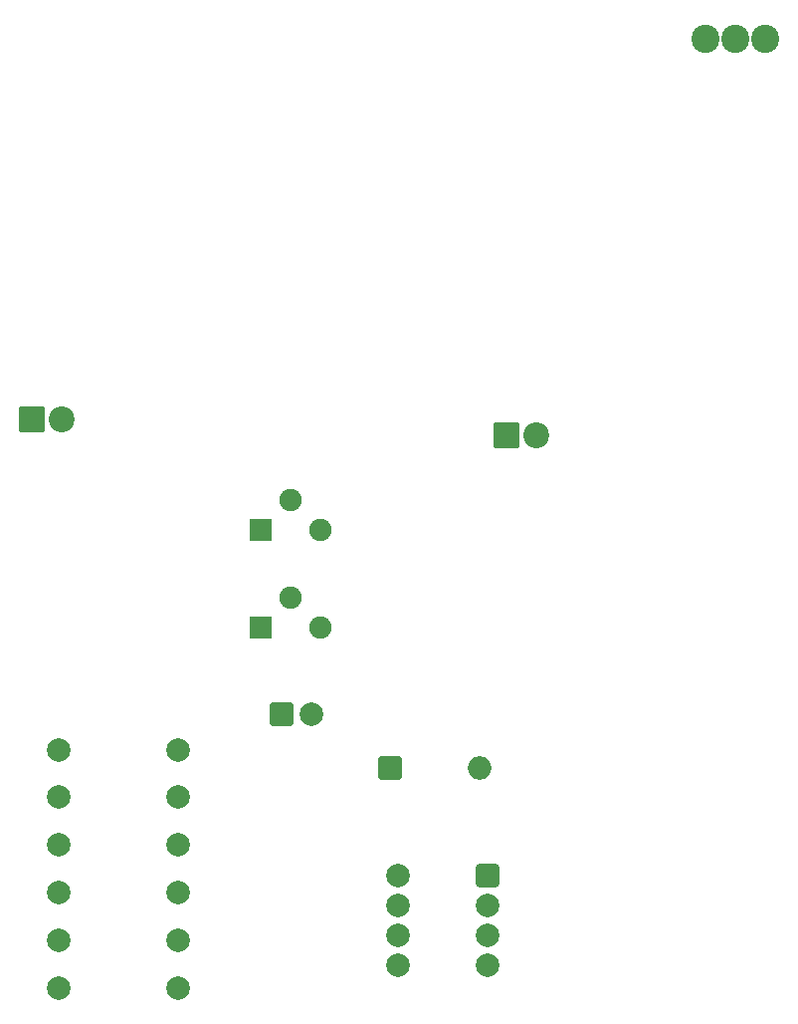
<source format=gbr>
%TF.GenerationSoftware,KiCad,Pcbnew,9.0.6*%
%TF.CreationDate,2026-01-10T10:01:34+01:00*%
%TF.ProjectId,Jumbo,4a756d62-6f2e-46b6-9963-61645f706362,rev?*%
%TF.SameCoordinates,Original*%
%TF.FileFunction,Soldermask,Top*%
%TF.FilePolarity,Negative*%
%FSLAX46Y46*%
G04 Gerber Fmt 4.6, Leading zero omitted, Abs format (unit mm)*
G04 Created by KiCad (PCBNEW 9.0.6) date 2026-01-10 10:01:34*
%MOMM*%
%LPD*%
G01*
G04 APERTURE LIST*
G04 Aperture macros list*
%AMRoundRect*
0 Rectangle with rounded corners*
0 $1 Rounding radius*
0 $2 $3 $4 $5 $6 $7 $8 $9 X,Y pos of 4 corners*
0 Add a 4 corners polygon primitive as box body*
4,1,4,$2,$3,$4,$5,$6,$7,$8,$9,$2,$3,0*
0 Add four circle primitives for the rounded corners*
1,1,$1+$1,$2,$3*
1,1,$1+$1,$4,$5*
1,1,$1+$1,$6,$7*
1,1,$1+$1,$8,$9*
0 Add four rect primitives between the rounded corners*
20,1,$1+$1,$2,$3,$4,$5,0*
20,1,$1+$1,$4,$5,$6,$7,0*
20,1,$1+$1,$6,$7,$8,$9,0*
20,1,$1+$1,$8,$9,$2,$3,0*%
G04 Aperture macros list end*
%ADD10RoundRect,0.200000X-0.900000X-0.900000X0.900000X-0.900000X0.900000X0.900000X-0.900000X0.900000X0*%
%ADD11C,2.200000*%
%ADD12RoundRect,0.200000X-0.750000X-0.750000X0.750000X-0.750000X0.750000X0.750000X-0.750000X0.750000X0*%
%ADD13C,1.900000*%
%ADD14C,2.000000*%
%ADD15RoundRect,0.200000X-0.800000X-0.800000X0.800000X-0.800000X0.800000X0.800000X-0.800000X0.800000X0*%
%ADD16O,2.000000X2.000000*%
%ADD17C,2.400000*%
%ADD18RoundRect,0.312500X0.687500X0.687500X-0.687500X0.687500X-0.687500X-0.687500X0.687500X-0.687500X0*%
G04 APERTURE END LIST*
D10*
%TO.C,D1*%
X150100000Y-85200000D03*
D11*
X152640000Y-85200000D03*
%TD*%
D12*
%TO.C,T2*%
X129160000Y-101540000D03*
D13*
X131700000Y-99000000D03*
X134240000Y-101540000D03*
%TD*%
D12*
%TO.C,T1*%
X129200000Y-93300000D03*
D13*
X131740000Y-90760000D03*
X134280000Y-93300000D03*
%TD*%
D10*
%TO.C,D2*%
X109725000Y-83900000D03*
D11*
X112265000Y-83900000D03*
%TD*%
D14*
%TO.C,R4*%
X112040000Y-128150000D03*
X122200000Y-128150000D03*
%TD*%
%TO.C,R6*%
X112040000Y-120050000D03*
X122200000Y-120050000D03*
%TD*%
%TO.C,R7*%
X112040000Y-116000000D03*
X122200000Y-116000000D03*
%TD*%
%TO.C,R1off1*%
X112040000Y-111950000D03*
X122200000Y-111950000D03*
%TD*%
%TO.C,R5*%
X112040000Y-124100000D03*
X122200000Y-124100000D03*
%TD*%
D15*
%TO.C,D3*%
X140200000Y-113500000D03*
D16*
X147820000Y-113500000D03*
%TD*%
D14*
%TO.C,R3*%
X112040000Y-132200000D03*
X122200000Y-132200000D03*
%TD*%
D15*
%TO.C,C1*%
X131000000Y-108900000D03*
D14*
X133500000Y-108900000D03*
%TD*%
D17*
%TO.C,S1*%
X167020000Y-51500000D03*
X169560000Y-51500000D03*
X172100000Y-51500000D03*
%TD*%
D18*
%TO.C,U1*%
X148520000Y-122620000D03*
D14*
X148520000Y-125160000D03*
X148520000Y-127700000D03*
X148520000Y-130240000D03*
X140900000Y-130240000D03*
X140900000Y-127700000D03*
X140900000Y-125160000D03*
X140900000Y-122620000D03*
%TD*%
M02*

</source>
